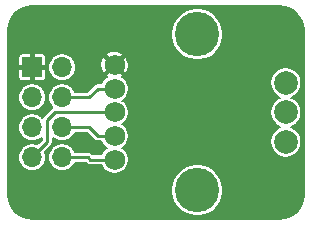
<source format=gbr>
G04 #@! TF.GenerationSoftware,KiCad,Pcbnew,(5.1.4)-1*
G04 #@! TF.CreationDate,2020-03-27T15:32:05-04:00*
G04 #@! TF.ProjectId,Encoder Daughterboard,456e636f-6465-4722-9044-617567687465,rev?*
G04 #@! TF.SameCoordinates,PX9d739e0PY5e78920*
G04 #@! TF.FileFunction,Copper,L1,Top*
G04 #@! TF.FilePolarity,Positive*
%FSLAX46Y46*%
G04 Gerber Fmt 4.6, Leading zero omitted, Abs format (unit mm)*
G04 Created by KiCad (PCBNEW (5.1.4)-1) date 2020-03-27 15:32:05*
%MOMM*%
%LPD*%
G04 APERTURE LIST*
%ADD10C,3.750000*%
%ADD11C,1.750000*%
%ADD12C,2.000000*%
%ADD13O,1.700000X1.700000*%
%ADD14R,1.700000X1.700000*%
%ADD15C,0.254000*%
%ADD16C,0.152400*%
G04 APERTURE END LIST*
D10*
X0Y6600000D03*
X0Y-6600000D03*
D11*
X-7000000Y4000000D03*
X-7000000Y2000000D03*
X-7000000Y0D03*
X-7000000Y-2000000D03*
X-7000000Y-4000000D03*
D12*
X7500000Y2500000D03*
X7500000Y0D03*
X7500000Y-2500000D03*
D13*
X-11430000Y-3810000D03*
X-13970000Y-3810000D03*
X-11430000Y-1270000D03*
X-13970000Y-1270000D03*
X-11430000Y1270000D03*
X-13970000Y1270000D03*
X-11430000Y3810000D03*
D14*
X-13970000Y3810000D03*
D15*
X-9144000Y1270000D02*
X-11430000Y1270000D01*
X-7000000Y2000000D02*
X-8414000Y2000000D01*
X-8414000Y2000000D02*
X-9144000Y1270000D01*
X-13120001Y-2960001D02*
X-13970000Y-3810000D01*
X-12700000Y-2540000D02*
X-13120001Y-2960001D01*
X-12700000Y-635000D02*
X-12700000Y-2540000D01*
X-7000000Y0D02*
X-12065000Y0D01*
X-12065000Y0D02*
X-12700000Y-635000D01*
X-7000000Y-2000000D02*
X-8414000Y-2000000D01*
X-9144000Y-1270000D02*
X-11430000Y-1270000D01*
X-8414000Y-2000000D02*
X-9144000Y-1270000D01*
X-7000000Y-4000000D02*
X-9081000Y-4000000D01*
X-9271000Y-3810000D02*
X-11430000Y-3810000D01*
X-9081000Y-4000000D02*
X-9271000Y-3810000D01*
D16*
G36*
X7376734Y8963393D02*
G01*
X7753541Y8849629D01*
X8101081Y8664838D01*
X8406108Y8416066D01*
X8657005Y8112782D01*
X8844217Y7766540D01*
X8960609Y7390538D01*
X9004301Y6974840D01*
X9004300Y-6959532D01*
X8963393Y-7376734D01*
X8849627Y-7753544D01*
X8664837Y-8101084D01*
X8416064Y-8406109D01*
X8112782Y-8657005D01*
X7766543Y-8844215D01*
X7390539Y-8960609D01*
X6974849Y-9004300D01*
X-13944532Y-9004300D01*
X-14361734Y-8963393D01*
X-14738544Y-8849627D01*
X-15086084Y-8664837D01*
X-15391109Y-8416064D01*
X-15642005Y-8112782D01*
X-15829215Y-7766543D01*
X-15945609Y-7390539D01*
X-15989300Y-6974849D01*
X-15989300Y-6382807D01*
X-2205200Y-6382807D01*
X-2205200Y-6817193D01*
X-2120455Y-7243233D01*
X-1954223Y-7644554D01*
X-1712891Y-8005733D01*
X-1405733Y-8312891D01*
X-1044554Y-8554223D01*
X-643233Y-8720455D01*
X-217193Y-8805200D01*
X217193Y-8805200D01*
X643233Y-8720455D01*
X1044554Y-8554223D01*
X1405733Y-8312891D01*
X1712891Y-8005733D01*
X1954223Y-7644554D01*
X2120455Y-7243233D01*
X2205200Y-6817193D01*
X2205200Y-6382807D01*
X2120455Y-5956767D01*
X1954223Y-5555446D01*
X1712891Y-5194267D01*
X1405733Y-4887109D01*
X1044554Y-4645777D01*
X643233Y-4479545D01*
X217193Y-4394800D01*
X-217193Y-4394800D01*
X-643233Y-4479545D01*
X-1044554Y-4645777D01*
X-1405733Y-4887109D01*
X-1712891Y-5194267D01*
X-1954223Y-5555446D01*
X-2120455Y-5956767D01*
X-2205200Y-6382807D01*
X-15989300Y-6382807D01*
X-15989300Y-1270000D01*
X-15155910Y-1270000D01*
X-15133123Y-1501360D01*
X-15065638Y-1723828D01*
X-14956048Y-1928856D01*
X-14808565Y-2108565D01*
X-14628856Y-2256048D01*
X-14423828Y-2365638D01*
X-14201360Y-2433123D01*
X-14027975Y-2450200D01*
X-13912025Y-2450200D01*
X-13738640Y-2433123D01*
X-13516172Y-2365638D01*
X-13311144Y-2256048D01*
X-13157199Y-2129709D01*
X-13157199Y-2350621D01*
X-13427404Y-2620827D01*
X-13427409Y-2620831D01*
X-13519830Y-2713252D01*
X-13738640Y-2646877D01*
X-13912025Y-2629800D01*
X-14027975Y-2629800D01*
X-14201360Y-2646877D01*
X-14423828Y-2714362D01*
X-14628856Y-2823952D01*
X-14808565Y-2971435D01*
X-14956048Y-3151144D01*
X-15065638Y-3356172D01*
X-15133123Y-3578640D01*
X-15155910Y-3810000D01*
X-15133123Y-4041360D01*
X-15065638Y-4263828D01*
X-14956048Y-4468856D01*
X-14808565Y-4648565D01*
X-14628856Y-4796048D01*
X-14423828Y-4905638D01*
X-14201360Y-4973123D01*
X-14027975Y-4990200D01*
X-13912025Y-4990200D01*
X-13738640Y-4973123D01*
X-13516172Y-4905638D01*
X-13311144Y-4796048D01*
X-13131435Y-4648565D01*
X-12983952Y-4468856D01*
X-12874362Y-4263828D01*
X-12806877Y-4041360D01*
X-12784090Y-3810000D01*
X-12806877Y-3578640D01*
X-12873252Y-3359830D01*
X-12780831Y-3267409D01*
X-12780827Y-3267404D01*
X-12392592Y-2879170D01*
X-12375147Y-2864853D01*
X-12318013Y-2795236D01*
X-12275559Y-2715809D01*
X-12249415Y-2629627D01*
X-12242800Y-2562460D01*
X-12242800Y-2562451D01*
X-12240589Y-2540001D01*
X-12242800Y-2517551D01*
X-12242800Y-2129710D01*
X-12088856Y-2256048D01*
X-11883828Y-2365638D01*
X-11661360Y-2433123D01*
X-11487975Y-2450200D01*
X-11372025Y-2450200D01*
X-11198640Y-2433123D01*
X-10976172Y-2365638D01*
X-10771144Y-2256048D01*
X-10591435Y-2108565D01*
X-10443952Y-1928856D01*
X-10336164Y-1727200D01*
X-9333377Y-1727200D01*
X-8753170Y-2307408D01*
X-8738853Y-2324853D01*
X-8669236Y-2381987D01*
X-8589809Y-2424441D01*
X-8503627Y-2450585D01*
X-8436460Y-2457200D01*
X-8436450Y-2457200D01*
X-8414000Y-2459411D01*
X-8391550Y-2457200D01*
X-8115120Y-2457200D01*
X-8068034Y-2570876D01*
X-7936140Y-2768270D01*
X-7768270Y-2936140D01*
X-7672696Y-3000000D01*
X-7768270Y-3063860D01*
X-7936140Y-3231730D01*
X-8068034Y-3429124D01*
X-8115120Y-3542800D01*
X-8891623Y-3542800D01*
X-8931826Y-3502596D01*
X-8946147Y-3485147D01*
X-9015764Y-3428013D01*
X-9095191Y-3385559D01*
X-9181373Y-3359415D01*
X-9248540Y-3352800D01*
X-9248550Y-3352800D01*
X-9271000Y-3350589D01*
X-9293450Y-3352800D01*
X-10336164Y-3352800D01*
X-10443952Y-3151144D01*
X-10591435Y-2971435D01*
X-10771144Y-2823952D01*
X-10976172Y-2714362D01*
X-11198640Y-2646877D01*
X-11372025Y-2629800D01*
X-11487975Y-2629800D01*
X-11661360Y-2646877D01*
X-11883828Y-2714362D01*
X-12088856Y-2823952D01*
X-12268565Y-2971435D01*
X-12416048Y-3151144D01*
X-12525638Y-3356172D01*
X-12593123Y-3578640D01*
X-12615910Y-3810000D01*
X-12593123Y-4041360D01*
X-12525638Y-4263828D01*
X-12416048Y-4468856D01*
X-12268565Y-4648565D01*
X-12088856Y-4796048D01*
X-11883828Y-4905638D01*
X-11661360Y-4973123D01*
X-11487975Y-4990200D01*
X-11372025Y-4990200D01*
X-11198640Y-4973123D01*
X-10976172Y-4905638D01*
X-10771144Y-4796048D01*
X-10591435Y-4648565D01*
X-10443952Y-4468856D01*
X-10336164Y-4267200D01*
X-9460378Y-4267200D01*
X-9420170Y-4307408D01*
X-9405853Y-4324853D01*
X-9336236Y-4381987D01*
X-9312264Y-4394800D01*
X-9256810Y-4424441D01*
X-9170627Y-4450585D01*
X-9103460Y-4457200D01*
X-9103452Y-4457200D01*
X-9081000Y-4459411D01*
X-9058548Y-4457200D01*
X-8115120Y-4457200D01*
X-8068034Y-4570876D01*
X-7936140Y-4768270D01*
X-7768270Y-4936140D01*
X-7570876Y-5068034D01*
X-7351544Y-5158884D01*
X-7118702Y-5205200D01*
X-6881298Y-5205200D01*
X-6648456Y-5158884D01*
X-6429124Y-5068034D01*
X-6231730Y-4936140D01*
X-6063860Y-4768270D01*
X-5931966Y-4570876D01*
X-5841116Y-4351544D01*
X-5794800Y-4118702D01*
X-5794800Y-3881298D01*
X-5841116Y-3648456D01*
X-5931966Y-3429124D01*
X-6063860Y-3231730D01*
X-6231730Y-3063860D01*
X-6327304Y-3000000D01*
X-6231730Y-2936140D01*
X-6063860Y-2768270D01*
X-5931966Y-2570876D01*
X-5841116Y-2351544D01*
X-5794800Y-2118702D01*
X-5794800Y-1881298D01*
X-5841116Y-1648456D01*
X-5931966Y-1429124D01*
X-6063860Y-1231730D01*
X-6231730Y-1063860D01*
X-6327304Y-1000000D01*
X-6231730Y-936140D01*
X-6063860Y-768270D01*
X-5931966Y-570876D01*
X-5841116Y-351544D01*
X-5794800Y-118702D01*
X-5794800Y118702D01*
X-5841116Y351544D01*
X-5931966Y570876D01*
X-6063860Y768270D01*
X-6231730Y936140D01*
X-6327304Y1000000D01*
X-6231730Y1063860D01*
X-6063860Y1231730D01*
X-5931966Y1429124D01*
X-5841116Y1648456D01*
X-5794800Y1881298D01*
X-5794800Y2118702D01*
X-5841116Y2351544D01*
X-5931966Y2570876D01*
X-5972148Y2631013D01*
X6169800Y2631013D01*
X6169800Y2368987D01*
X6220919Y2111995D01*
X6321192Y1869914D01*
X6466766Y1652047D01*
X6652047Y1466766D01*
X6869914Y1321192D01*
X7041787Y1250000D01*
X6869914Y1178808D01*
X6652047Y1033234D01*
X6466766Y847953D01*
X6321192Y630086D01*
X6220919Y388005D01*
X6169800Y131013D01*
X6169800Y-131013D01*
X6220919Y-388005D01*
X6321192Y-630086D01*
X6466766Y-847953D01*
X6652047Y-1033234D01*
X6869914Y-1178808D01*
X7041787Y-1250000D01*
X6869914Y-1321192D01*
X6652047Y-1466766D01*
X6466766Y-1652047D01*
X6321192Y-1869914D01*
X6220919Y-2111995D01*
X6169800Y-2368987D01*
X6169800Y-2631013D01*
X6220919Y-2888005D01*
X6321192Y-3130086D01*
X6466766Y-3347953D01*
X6652047Y-3533234D01*
X6869914Y-3678808D01*
X7111995Y-3779081D01*
X7368987Y-3830200D01*
X7631013Y-3830200D01*
X7888005Y-3779081D01*
X8130086Y-3678808D01*
X8347953Y-3533234D01*
X8533234Y-3347953D01*
X8678808Y-3130086D01*
X8779081Y-2888005D01*
X8830200Y-2631013D01*
X8830200Y-2368987D01*
X8779081Y-2111995D01*
X8678808Y-1869914D01*
X8533234Y-1652047D01*
X8347953Y-1466766D01*
X8130086Y-1321192D01*
X7958213Y-1250000D01*
X8130086Y-1178808D01*
X8347953Y-1033234D01*
X8533234Y-847953D01*
X8678808Y-630086D01*
X8779081Y-388005D01*
X8830200Y-131013D01*
X8830200Y131013D01*
X8779081Y388005D01*
X8678808Y630086D01*
X8533234Y847953D01*
X8347953Y1033234D01*
X8130086Y1178808D01*
X7958213Y1250000D01*
X8130086Y1321192D01*
X8347953Y1466766D01*
X8533234Y1652047D01*
X8678808Y1869914D01*
X8779081Y2111995D01*
X8830200Y2368987D01*
X8830200Y2631013D01*
X8779081Y2888005D01*
X8678808Y3130086D01*
X8533234Y3347953D01*
X8347953Y3533234D01*
X8130086Y3678808D01*
X7888005Y3779081D01*
X7631013Y3830200D01*
X7368987Y3830200D01*
X7111995Y3779081D01*
X6869914Y3678808D01*
X6652047Y3533234D01*
X6466766Y3347953D01*
X6321192Y3130086D01*
X6220919Y2888005D01*
X6169800Y2631013D01*
X-5972148Y2631013D01*
X-6063860Y2768270D01*
X-6231730Y2936140D01*
X-6350377Y3015417D01*
X-6286969Y3125324D01*
X-7000000Y3838355D01*
X-7713031Y3125324D01*
X-7649623Y3015417D01*
X-7768270Y2936140D01*
X-7936140Y2768270D01*
X-8068034Y2570876D01*
X-8115120Y2457200D01*
X-8391550Y2457200D01*
X-8414000Y2459411D01*
X-8436450Y2457200D01*
X-8436460Y2457200D01*
X-8503627Y2450585D01*
X-8589809Y2424441D01*
X-8669236Y2381987D01*
X-8738853Y2324853D01*
X-8753170Y2307408D01*
X-9333377Y1727200D01*
X-10336164Y1727200D01*
X-10443952Y1928856D01*
X-10591435Y2108565D01*
X-10771144Y2256048D01*
X-10976172Y2365638D01*
X-11198640Y2433123D01*
X-11372025Y2450200D01*
X-11487975Y2450200D01*
X-11661360Y2433123D01*
X-11883828Y2365638D01*
X-12088856Y2256048D01*
X-12268565Y2108565D01*
X-12416048Y1928856D01*
X-12525638Y1723828D01*
X-12593123Y1501360D01*
X-12615910Y1270000D01*
X-12593123Y1038640D01*
X-12525638Y816172D01*
X-12416048Y611144D01*
X-12268565Y431435D01*
X-12252457Y418216D01*
X-12320236Y381987D01*
X-12372408Y339171D01*
X-12372414Y339165D01*
X-12389853Y324853D01*
X-12404166Y307413D01*
X-13007403Y-295826D01*
X-13024853Y-310147D01*
X-13081987Y-379765D01*
X-13118215Y-447544D01*
X-13131435Y-431435D01*
X-13311144Y-283952D01*
X-13516172Y-174362D01*
X-13738640Y-106877D01*
X-13912025Y-89800D01*
X-14027975Y-89800D01*
X-14201360Y-106877D01*
X-14423828Y-174362D01*
X-14628856Y-283952D01*
X-14808565Y-431435D01*
X-14956048Y-611144D01*
X-15065638Y-816172D01*
X-15133123Y-1038640D01*
X-15155910Y-1270000D01*
X-15989300Y-1270000D01*
X-15989300Y1270000D01*
X-15155910Y1270000D01*
X-15133123Y1038640D01*
X-15065638Y816172D01*
X-14956048Y611144D01*
X-14808565Y431435D01*
X-14628856Y283952D01*
X-14423828Y174362D01*
X-14201360Y106877D01*
X-14027975Y89800D01*
X-13912025Y89800D01*
X-13738640Y106877D01*
X-13516172Y174362D01*
X-13311144Y283952D01*
X-13131435Y431435D01*
X-12983952Y611144D01*
X-12874362Y816172D01*
X-12806877Y1038640D01*
X-12784090Y1270000D01*
X-12806877Y1501360D01*
X-12874362Y1723828D01*
X-12983952Y1928856D01*
X-13131435Y2108565D01*
X-13311144Y2256048D01*
X-13516172Y2365638D01*
X-13738640Y2433123D01*
X-13912025Y2450200D01*
X-14027975Y2450200D01*
X-14201360Y2433123D01*
X-14423828Y2365638D01*
X-14628856Y2256048D01*
X-14808565Y2108565D01*
X-14956048Y1928856D01*
X-15065638Y1723828D01*
X-15133123Y1501360D01*
X-15155910Y1270000D01*
X-15989300Y1270000D01*
X-15989300Y2960000D01*
X-15151798Y2960000D01*
X-15145423Y2895269D01*
X-15126541Y2833026D01*
X-15095880Y2775663D01*
X-15054617Y2725383D01*
X-15004337Y2684120D01*
X-14946974Y2653459D01*
X-14884731Y2634577D01*
X-14820000Y2628202D01*
X-14166850Y2629800D01*
X-14084300Y2712350D01*
X-14084300Y3695700D01*
X-13855700Y3695700D01*
X-13855700Y2712350D01*
X-13773150Y2629800D01*
X-13120000Y2628202D01*
X-13055269Y2634577D01*
X-12993026Y2653459D01*
X-12935663Y2684120D01*
X-12885383Y2725383D01*
X-12844120Y2775663D01*
X-12813459Y2833026D01*
X-12794577Y2895269D01*
X-12788202Y2960000D01*
X-12789800Y3613150D01*
X-12872350Y3695700D01*
X-13855700Y3695700D01*
X-14084300Y3695700D01*
X-15067650Y3695700D01*
X-15150200Y3613150D01*
X-15151798Y2960000D01*
X-15989300Y2960000D01*
X-15989300Y3810000D01*
X-12615910Y3810000D01*
X-12593123Y3578640D01*
X-12525638Y3356172D01*
X-12416048Y3151144D01*
X-12268565Y2971435D01*
X-12088856Y2823952D01*
X-11883828Y2714362D01*
X-11661360Y2646877D01*
X-11487975Y2629800D01*
X-11372025Y2629800D01*
X-11198640Y2646877D01*
X-10976172Y2714362D01*
X-10771144Y2823952D01*
X-10591435Y2971435D01*
X-10443952Y3151144D01*
X-10334362Y3356172D01*
X-10266877Y3578640D01*
X-10244090Y3810000D01*
X-10256216Y3933120D01*
X-8209182Y3933120D01*
X-8172901Y3698505D01*
X-8091545Y3475477D01*
X-8042555Y3383822D01*
X-7874676Y3286969D01*
X-7161645Y4000000D01*
X-6838355Y4000000D01*
X-6125324Y3286969D01*
X-5957445Y3383822D01*
X-5857267Y3599055D01*
X-5801004Y3829695D01*
X-5790818Y4066880D01*
X-5827099Y4301495D01*
X-5908455Y4524523D01*
X-5957445Y4616178D01*
X-6125324Y4713031D01*
X-6838355Y4000000D01*
X-7161645Y4000000D01*
X-7874676Y4713031D01*
X-8042555Y4616178D01*
X-8142733Y4400945D01*
X-8198996Y4170305D01*
X-8209182Y3933120D01*
X-10256216Y3933120D01*
X-10266877Y4041360D01*
X-10334362Y4263828D01*
X-10443952Y4468856D01*
X-10591435Y4648565D01*
X-10771144Y4796048D01*
X-10918246Y4874676D01*
X-7713031Y4874676D01*
X-7000000Y4161645D01*
X-6286969Y4874676D01*
X-6383822Y5042555D01*
X-6599055Y5142733D01*
X-6829695Y5198996D01*
X-7066880Y5209182D01*
X-7301495Y5172901D01*
X-7524523Y5091545D01*
X-7616178Y5042555D01*
X-7713031Y4874676D01*
X-10918246Y4874676D01*
X-10976172Y4905638D01*
X-11198640Y4973123D01*
X-11372025Y4990200D01*
X-11487975Y4990200D01*
X-11661360Y4973123D01*
X-11883828Y4905638D01*
X-12088856Y4796048D01*
X-12268565Y4648565D01*
X-12416048Y4468856D01*
X-12525638Y4263828D01*
X-12593123Y4041360D01*
X-12615910Y3810000D01*
X-15989300Y3810000D01*
X-15989300Y4660000D01*
X-15151798Y4660000D01*
X-15150200Y4006850D01*
X-15067650Y3924300D01*
X-14084300Y3924300D01*
X-14084300Y4907650D01*
X-13855700Y4907650D01*
X-13855700Y3924300D01*
X-12872350Y3924300D01*
X-12789800Y4006850D01*
X-12788202Y4660000D01*
X-12794577Y4724731D01*
X-12813459Y4786974D01*
X-12844120Y4844337D01*
X-12885383Y4894617D01*
X-12935663Y4935880D01*
X-12993026Y4966541D01*
X-13055269Y4985423D01*
X-13120000Y4991798D01*
X-13773150Y4990200D01*
X-13855700Y4907650D01*
X-14084300Y4907650D01*
X-14166850Y4990200D01*
X-14820000Y4991798D01*
X-14884731Y4985423D01*
X-14946974Y4966541D01*
X-15004337Y4935880D01*
X-15054617Y4894617D01*
X-15095880Y4844337D01*
X-15126541Y4786974D01*
X-15145423Y4724731D01*
X-15151798Y4660000D01*
X-15989300Y4660000D01*
X-15989300Y6817193D01*
X-2205200Y6817193D01*
X-2205200Y6382807D01*
X-2120455Y5956767D01*
X-1954223Y5555446D01*
X-1712891Y5194267D01*
X-1405733Y4887109D01*
X-1044554Y4645777D01*
X-643233Y4479545D01*
X-217193Y4394800D01*
X217193Y4394800D01*
X643233Y4479545D01*
X1044554Y4645777D01*
X1405733Y4887109D01*
X1712891Y5194267D01*
X1954223Y5555446D01*
X2120455Y5956767D01*
X2205200Y6382807D01*
X2205200Y6817193D01*
X2120455Y7243233D01*
X1954223Y7644554D01*
X1712891Y8005733D01*
X1405733Y8312891D01*
X1044554Y8554223D01*
X643233Y8720455D01*
X217193Y8805200D01*
X-217193Y8805200D01*
X-643233Y8720455D01*
X-1044554Y8554223D01*
X-1405733Y8312891D01*
X-1712891Y8005733D01*
X-1954223Y7644554D01*
X-2120455Y7243233D01*
X-2205200Y6817193D01*
X-15989300Y6817193D01*
X-15989300Y6959532D01*
X-15948393Y7376734D01*
X-15834629Y7753541D01*
X-15649838Y8101081D01*
X-15401066Y8406108D01*
X-15097782Y8657005D01*
X-14751540Y8844217D01*
X-14375538Y8960609D01*
X-13959849Y9004300D01*
X6959532Y9004300D01*
X7376734Y8963393D01*
X7376734Y8963393D01*
G37*
X7376734Y8963393D02*
X7753541Y8849629D01*
X8101081Y8664838D01*
X8406108Y8416066D01*
X8657005Y8112782D01*
X8844217Y7766540D01*
X8960609Y7390538D01*
X9004301Y6974840D01*
X9004300Y-6959532D01*
X8963393Y-7376734D01*
X8849627Y-7753544D01*
X8664837Y-8101084D01*
X8416064Y-8406109D01*
X8112782Y-8657005D01*
X7766543Y-8844215D01*
X7390539Y-8960609D01*
X6974849Y-9004300D01*
X-13944532Y-9004300D01*
X-14361734Y-8963393D01*
X-14738544Y-8849627D01*
X-15086084Y-8664837D01*
X-15391109Y-8416064D01*
X-15642005Y-8112782D01*
X-15829215Y-7766543D01*
X-15945609Y-7390539D01*
X-15989300Y-6974849D01*
X-15989300Y-6382807D01*
X-2205200Y-6382807D01*
X-2205200Y-6817193D01*
X-2120455Y-7243233D01*
X-1954223Y-7644554D01*
X-1712891Y-8005733D01*
X-1405733Y-8312891D01*
X-1044554Y-8554223D01*
X-643233Y-8720455D01*
X-217193Y-8805200D01*
X217193Y-8805200D01*
X643233Y-8720455D01*
X1044554Y-8554223D01*
X1405733Y-8312891D01*
X1712891Y-8005733D01*
X1954223Y-7644554D01*
X2120455Y-7243233D01*
X2205200Y-6817193D01*
X2205200Y-6382807D01*
X2120455Y-5956767D01*
X1954223Y-5555446D01*
X1712891Y-5194267D01*
X1405733Y-4887109D01*
X1044554Y-4645777D01*
X643233Y-4479545D01*
X217193Y-4394800D01*
X-217193Y-4394800D01*
X-643233Y-4479545D01*
X-1044554Y-4645777D01*
X-1405733Y-4887109D01*
X-1712891Y-5194267D01*
X-1954223Y-5555446D01*
X-2120455Y-5956767D01*
X-2205200Y-6382807D01*
X-15989300Y-6382807D01*
X-15989300Y-1270000D01*
X-15155910Y-1270000D01*
X-15133123Y-1501360D01*
X-15065638Y-1723828D01*
X-14956048Y-1928856D01*
X-14808565Y-2108565D01*
X-14628856Y-2256048D01*
X-14423828Y-2365638D01*
X-14201360Y-2433123D01*
X-14027975Y-2450200D01*
X-13912025Y-2450200D01*
X-13738640Y-2433123D01*
X-13516172Y-2365638D01*
X-13311144Y-2256048D01*
X-13157199Y-2129709D01*
X-13157199Y-2350621D01*
X-13427404Y-2620827D01*
X-13427409Y-2620831D01*
X-13519830Y-2713252D01*
X-13738640Y-2646877D01*
X-13912025Y-2629800D01*
X-14027975Y-2629800D01*
X-14201360Y-2646877D01*
X-14423828Y-2714362D01*
X-14628856Y-2823952D01*
X-14808565Y-2971435D01*
X-14956048Y-3151144D01*
X-15065638Y-3356172D01*
X-15133123Y-3578640D01*
X-15155910Y-3810000D01*
X-15133123Y-4041360D01*
X-15065638Y-4263828D01*
X-14956048Y-4468856D01*
X-14808565Y-4648565D01*
X-14628856Y-4796048D01*
X-14423828Y-4905638D01*
X-14201360Y-4973123D01*
X-14027975Y-4990200D01*
X-13912025Y-4990200D01*
X-13738640Y-4973123D01*
X-13516172Y-4905638D01*
X-13311144Y-4796048D01*
X-13131435Y-4648565D01*
X-12983952Y-4468856D01*
X-12874362Y-4263828D01*
X-12806877Y-4041360D01*
X-12784090Y-3810000D01*
X-12806877Y-3578640D01*
X-12873252Y-3359830D01*
X-12780831Y-3267409D01*
X-12780827Y-3267404D01*
X-12392592Y-2879170D01*
X-12375147Y-2864853D01*
X-12318013Y-2795236D01*
X-12275559Y-2715809D01*
X-12249415Y-2629627D01*
X-12242800Y-2562460D01*
X-12242800Y-2562451D01*
X-12240589Y-2540001D01*
X-12242800Y-2517551D01*
X-12242800Y-2129710D01*
X-12088856Y-2256048D01*
X-11883828Y-2365638D01*
X-11661360Y-2433123D01*
X-11487975Y-2450200D01*
X-11372025Y-2450200D01*
X-11198640Y-2433123D01*
X-10976172Y-2365638D01*
X-10771144Y-2256048D01*
X-10591435Y-2108565D01*
X-10443952Y-1928856D01*
X-10336164Y-1727200D01*
X-9333377Y-1727200D01*
X-8753170Y-2307408D01*
X-8738853Y-2324853D01*
X-8669236Y-2381987D01*
X-8589809Y-2424441D01*
X-8503627Y-2450585D01*
X-8436460Y-2457200D01*
X-8436450Y-2457200D01*
X-8414000Y-2459411D01*
X-8391550Y-2457200D01*
X-8115120Y-2457200D01*
X-8068034Y-2570876D01*
X-7936140Y-2768270D01*
X-7768270Y-2936140D01*
X-7672696Y-3000000D01*
X-7768270Y-3063860D01*
X-7936140Y-3231730D01*
X-8068034Y-3429124D01*
X-8115120Y-3542800D01*
X-8891623Y-3542800D01*
X-8931826Y-3502596D01*
X-8946147Y-3485147D01*
X-9015764Y-3428013D01*
X-9095191Y-3385559D01*
X-9181373Y-3359415D01*
X-9248540Y-3352800D01*
X-9248550Y-3352800D01*
X-9271000Y-3350589D01*
X-9293450Y-3352800D01*
X-10336164Y-3352800D01*
X-10443952Y-3151144D01*
X-10591435Y-2971435D01*
X-10771144Y-2823952D01*
X-10976172Y-2714362D01*
X-11198640Y-2646877D01*
X-11372025Y-2629800D01*
X-11487975Y-2629800D01*
X-11661360Y-2646877D01*
X-11883828Y-2714362D01*
X-12088856Y-2823952D01*
X-12268565Y-2971435D01*
X-12416048Y-3151144D01*
X-12525638Y-3356172D01*
X-12593123Y-3578640D01*
X-12615910Y-3810000D01*
X-12593123Y-4041360D01*
X-12525638Y-4263828D01*
X-12416048Y-4468856D01*
X-12268565Y-4648565D01*
X-12088856Y-4796048D01*
X-11883828Y-4905638D01*
X-11661360Y-4973123D01*
X-11487975Y-4990200D01*
X-11372025Y-4990200D01*
X-11198640Y-4973123D01*
X-10976172Y-4905638D01*
X-10771144Y-4796048D01*
X-10591435Y-4648565D01*
X-10443952Y-4468856D01*
X-10336164Y-4267200D01*
X-9460378Y-4267200D01*
X-9420170Y-4307408D01*
X-9405853Y-4324853D01*
X-9336236Y-4381987D01*
X-9312264Y-4394800D01*
X-9256810Y-4424441D01*
X-9170627Y-4450585D01*
X-9103460Y-4457200D01*
X-9103452Y-4457200D01*
X-9081000Y-4459411D01*
X-9058548Y-4457200D01*
X-8115120Y-4457200D01*
X-8068034Y-4570876D01*
X-7936140Y-4768270D01*
X-7768270Y-4936140D01*
X-7570876Y-5068034D01*
X-7351544Y-5158884D01*
X-7118702Y-5205200D01*
X-6881298Y-5205200D01*
X-6648456Y-5158884D01*
X-6429124Y-5068034D01*
X-6231730Y-4936140D01*
X-6063860Y-4768270D01*
X-5931966Y-4570876D01*
X-5841116Y-4351544D01*
X-5794800Y-4118702D01*
X-5794800Y-3881298D01*
X-5841116Y-3648456D01*
X-5931966Y-3429124D01*
X-6063860Y-3231730D01*
X-6231730Y-3063860D01*
X-6327304Y-3000000D01*
X-6231730Y-2936140D01*
X-6063860Y-2768270D01*
X-5931966Y-2570876D01*
X-5841116Y-2351544D01*
X-5794800Y-2118702D01*
X-5794800Y-1881298D01*
X-5841116Y-1648456D01*
X-5931966Y-1429124D01*
X-6063860Y-1231730D01*
X-6231730Y-1063860D01*
X-6327304Y-1000000D01*
X-6231730Y-936140D01*
X-6063860Y-768270D01*
X-5931966Y-570876D01*
X-5841116Y-351544D01*
X-5794800Y-118702D01*
X-5794800Y118702D01*
X-5841116Y351544D01*
X-5931966Y570876D01*
X-6063860Y768270D01*
X-6231730Y936140D01*
X-6327304Y1000000D01*
X-6231730Y1063860D01*
X-6063860Y1231730D01*
X-5931966Y1429124D01*
X-5841116Y1648456D01*
X-5794800Y1881298D01*
X-5794800Y2118702D01*
X-5841116Y2351544D01*
X-5931966Y2570876D01*
X-5972148Y2631013D01*
X6169800Y2631013D01*
X6169800Y2368987D01*
X6220919Y2111995D01*
X6321192Y1869914D01*
X6466766Y1652047D01*
X6652047Y1466766D01*
X6869914Y1321192D01*
X7041787Y1250000D01*
X6869914Y1178808D01*
X6652047Y1033234D01*
X6466766Y847953D01*
X6321192Y630086D01*
X6220919Y388005D01*
X6169800Y131013D01*
X6169800Y-131013D01*
X6220919Y-388005D01*
X6321192Y-630086D01*
X6466766Y-847953D01*
X6652047Y-1033234D01*
X6869914Y-1178808D01*
X7041787Y-1250000D01*
X6869914Y-1321192D01*
X6652047Y-1466766D01*
X6466766Y-1652047D01*
X6321192Y-1869914D01*
X6220919Y-2111995D01*
X6169800Y-2368987D01*
X6169800Y-2631013D01*
X6220919Y-2888005D01*
X6321192Y-3130086D01*
X6466766Y-3347953D01*
X6652047Y-3533234D01*
X6869914Y-3678808D01*
X7111995Y-3779081D01*
X7368987Y-3830200D01*
X7631013Y-3830200D01*
X7888005Y-3779081D01*
X8130086Y-3678808D01*
X8347953Y-3533234D01*
X8533234Y-3347953D01*
X8678808Y-3130086D01*
X8779081Y-2888005D01*
X8830200Y-2631013D01*
X8830200Y-2368987D01*
X8779081Y-2111995D01*
X8678808Y-1869914D01*
X8533234Y-1652047D01*
X8347953Y-1466766D01*
X8130086Y-1321192D01*
X7958213Y-1250000D01*
X8130086Y-1178808D01*
X8347953Y-1033234D01*
X8533234Y-847953D01*
X8678808Y-630086D01*
X8779081Y-388005D01*
X8830200Y-131013D01*
X8830200Y131013D01*
X8779081Y388005D01*
X8678808Y630086D01*
X8533234Y847953D01*
X8347953Y1033234D01*
X8130086Y1178808D01*
X7958213Y1250000D01*
X8130086Y1321192D01*
X8347953Y1466766D01*
X8533234Y1652047D01*
X8678808Y1869914D01*
X8779081Y2111995D01*
X8830200Y2368987D01*
X8830200Y2631013D01*
X8779081Y2888005D01*
X8678808Y3130086D01*
X8533234Y3347953D01*
X8347953Y3533234D01*
X8130086Y3678808D01*
X7888005Y3779081D01*
X7631013Y3830200D01*
X7368987Y3830200D01*
X7111995Y3779081D01*
X6869914Y3678808D01*
X6652047Y3533234D01*
X6466766Y3347953D01*
X6321192Y3130086D01*
X6220919Y2888005D01*
X6169800Y2631013D01*
X-5972148Y2631013D01*
X-6063860Y2768270D01*
X-6231730Y2936140D01*
X-6350377Y3015417D01*
X-6286969Y3125324D01*
X-7000000Y3838355D01*
X-7713031Y3125324D01*
X-7649623Y3015417D01*
X-7768270Y2936140D01*
X-7936140Y2768270D01*
X-8068034Y2570876D01*
X-8115120Y2457200D01*
X-8391550Y2457200D01*
X-8414000Y2459411D01*
X-8436450Y2457200D01*
X-8436460Y2457200D01*
X-8503627Y2450585D01*
X-8589809Y2424441D01*
X-8669236Y2381987D01*
X-8738853Y2324853D01*
X-8753170Y2307408D01*
X-9333377Y1727200D01*
X-10336164Y1727200D01*
X-10443952Y1928856D01*
X-10591435Y2108565D01*
X-10771144Y2256048D01*
X-10976172Y2365638D01*
X-11198640Y2433123D01*
X-11372025Y2450200D01*
X-11487975Y2450200D01*
X-11661360Y2433123D01*
X-11883828Y2365638D01*
X-12088856Y2256048D01*
X-12268565Y2108565D01*
X-12416048Y1928856D01*
X-12525638Y1723828D01*
X-12593123Y1501360D01*
X-12615910Y1270000D01*
X-12593123Y1038640D01*
X-12525638Y816172D01*
X-12416048Y611144D01*
X-12268565Y431435D01*
X-12252457Y418216D01*
X-12320236Y381987D01*
X-12372408Y339171D01*
X-12372414Y339165D01*
X-12389853Y324853D01*
X-12404166Y307413D01*
X-13007403Y-295826D01*
X-13024853Y-310147D01*
X-13081987Y-379765D01*
X-13118215Y-447544D01*
X-13131435Y-431435D01*
X-13311144Y-283952D01*
X-13516172Y-174362D01*
X-13738640Y-106877D01*
X-13912025Y-89800D01*
X-14027975Y-89800D01*
X-14201360Y-106877D01*
X-14423828Y-174362D01*
X-14628856Y-283952D01*
X-14808565Y-431435D01*
X-14956048Y-611144D01*
X-15065638Y-816172D01*
X-15133123Y-1038640D01*
X-15155910Y-1270000D01*
X-15989300Y-1270000D01*
X-15989300Y1270000D01*
X-15155910Y1270000D01*
X-15133123Y1038640D01*
X-15065638Y816172D01*
X-14956048Y611144D01*
X-14808565Y431435D01*
X-14628856Y283952D01*
X-14423828Y174362D01*
X-14201360Y106877D01*
X-14027975Y89800D01*
X-13912025Y89800D01*
X-13738640Y106877D01*
X-13516172Y174362D01*
X-13311144Y283952D01*
X-13131435Y431435D01*
X-12983952Y611144D01*
X-12874362Y816172D01*
X-12806877Y1038640D01*
X-12784090Y1270000D01*
X-12806877Y1501360D01*
X-12874362Y1723828D01*
X-12983952Y1928856D01*
X-13131435Y2108565D01*
X-13311144Y2256048D01*
X-13516172Y2365638D01*
X-13738640Y2433123D01*
X-13912025Y2450200D01*
X-14027975Y2450200D01*
X-14201360Y2433123D01*
X-14423828Y2365638D01*
X-14628856Y2256048D01*
X-14808565Y2108565D01*
X-14956048Y1928856D01*
X-15065638Y1723828D01*
X-15133123Y1501360D01*
X-15155910Y1270000D01*
X-15989300Y1270000D01*
X-15989300Y2960000D01*
X-15151798Y2960000D01*
X-15145423Y2895269D01*
X-15126541Y2833026D01*
X-15095880Y2775663D01*
X-15054617Y2725383D01*
X-15004337Y2684120D01*
X-14946974Y2653459D01*
X-14884731Y2634577D01*
X-14820000Y2628202D01*
X-14166850Y2629800D01*
X-14084300Y2712350D01*
X-14084300Y3695700D01*
X-13855700Y3695700D01*
X-13855700Y2712350D01*
X-13773150Y2629800D01*
X-13120000Y2628202D01*
X-13055269Y2634577D01*
X-12993026Y2653459D01*
X-12935663Y2684120D01*
X-12885383Y2725383D01*
X-12844120Y2775663D01*
X-12813459Y2833026D01*
X-12794577Y2895269D01*
X-12788202Y2960000D01*
X-12789800Y3613150D01*
X-12872350Y3695700D01*
X-13855700Y3695700D01*
X-14084300Y3695700D01*
X-15067650Y3695700D01*
X-15150200Y3613150D01*
X-15151798Y2960000D01*
X-15989300Y2960000D01*
X-15989300Y3810000D01*
X-12615910Y3810000D01*
X-12593123Y3578640D01*
X-12525638Y3356172D01*
X-12416048Y3151144D01*
X-12268565Y2971435D01*
X-12088856Y2823952D01*
X-11883828Y2714362D01*
X-11661360Y2646877D01*
X-11487975Y2629800D01*
X-11372025Y2629800D01*
X-11198640Y2646877D01*
X-10976172Y2714362D01*
X-10771144Y2823952D01*
X-10591435Y2971435D01*
X-10443952Y3151144D01*
X-10334362Y3356172D01*
X-10266877Y3578640D01*
X-10244090Y3810000D01*
X-10256216Y3933120D01*
X-8209182Y3933120D01*
X-8172901Y3698505D01*
X-8091545Y3475477D01*
X-8042555Y3383822D01*
X-7874676Y3286969D01*
X-7161645Y4000000D01*
X-6838355Y4000000D01*
X-6125324Y3286969D01*
X-5957445Y3383822D01*
X-5857267Y3599055D01*
X-5801004Y3829695D01*
X-5790818Y4066880D01*
X-5827099Y4301495D01*
X-5908455Y4524523D01*
X-5957445Y4616178D01*
X-6125324Y4713031D01*
X-6838355Y4000000D01*
X-7161645Y4000000D01*
X-7874676Y4713031D01*
X-8042555Y4616178D01*
X-8142733Y4400945D01*
X-8198996Y4170305D01*
X-8209182Y3933120D01*
X-10256216Y3933120D01*
X-10266877Y4041360D01*
X-10334362Y4263828D01*
X-10443952Y4468856D01*
X-10591435Y4648565D01*
X-10771144Y4796048D01*
X-10918246Y4874676D01*
X-7713031Y4874676D01*
X-7000000Y4161645D01*
X-6286969Y4874676D01*
X-6383822Y5042555D01*
X-6599055Y5142733D01*
X-6829695Y5198996D01*
X-7066880Y5209182D01*
X-7301495Y5172901D01*
X-7524523Y5091545D01*
X-7616178Y5042555D01*
X-7713031Y4874676D01*
X-10918246Y4874676D01*
X-10976172Y4905638D01*
X-11198640Y4973123D01*
X-11372025Y4990200D01*
X-11487975Y4990200D01*
X-11661360Y4973123D01*
X-11883828Y4905638D01*
X-12088856Y4796048D01*
X-12268565Y4648565D01*
X-12416048Y4468856D01*
X-12525638Y4263828D01*
X-12593123Y4041360D01*
X-12615910Y3810000D01*
X-15989300Y3810000D01*
X-15989300Y4660000D01*
X-15151798Y4660000D01*
X-15150200Y4006850D01*
X-15067650Y3924300D01*
X-14084300Y3924300D01*
X-14084300Y4907650D01*
X-13855700Y4907650D01*
X-13855700Y3924300D01*
X-12872350Y3924300D01*
X-12789800Y4006850D01*
X-12788202Y4660000D01*
X-12794577Y4724731D01*
X-12813459Y4786974D01*
X-12844120Y4844337D01*
X-12885383Y4894617D01*
X-12935663Y4935880D01*
X-12993026Y4966541D01*
X-13055269Y4985423D01*
X-13120000Y4991798D01*
X-13773150Y4990200D01*
X-13855700Y4907650D01*
X-14084300Y4907650D01*
X-14166850Y4990200D01*
X-14820000Y4991798D01*
X-14884731Y4985423D01*
X-14946974Y4966541D01*
X-15004337Y4935880D01*
X-15054617Y4894617D01*
X-15095880Y4844337D01*
X-15126541Y4786974D01*
X-15145423Y4724731D01*
X-15151798Y4660000D01*
X-15989300Y4660000D01*
X-15989300Y6817193D01*
X-2205200Y6817193D01*
X-2205200Y6382807D01*
X-2120455Y5956767D01*
X-1954223Y5555446D01*
X-1712891Y5194267D01*
X-1405733Y4887109D01*
X-1044554Y4645777D01*
X-643233Y4479545D01*
X-217193Y4394800D01*
X217193Y4394800D01*
X643233Y4479545D01*
X1044554Y4645777D01*
X1405733Y4887109D01*
X1712891Y5194267D01*
X1954223Y5555446D01*
X2120455Y5956767D01*
X2205200Y6382807D01*
X2205200Y6817193D01*
X2120455Y7243233D01*
X1954223Y7644554D01*
X1712891Y8005733D01*
X1405733Y8312891D01*
X1044554Y8554223D01*
X643233Y8720455D01*
X217193Y8805200D01*
X-217193Y8805200D01*
X-643233Y8720455D01*
X-1044554Y8554223D01*
X-1405733Y8312891D01*
X-1712891Y8005733D01*
X-1954223Y7644554D01*
X-2120455Y7243233D01*
X-2205200Y6817193D01*
X-15989300Y6817193D01*
X-15989300Y6959532D01*
X-15948393Y7376734D01*
X-15834629Y7753541D01*
X-15649838Y8101081D01*
X-15401066Y8406108D01*
X-15097782Y8657005D01*
X-14751540Y8844217D01*
X-14375538Y8960609D01*
X-13959849Y9004300D01*
X6959532Y9004300D01*
X7376734Y8963393D01*
M02*

</source>
